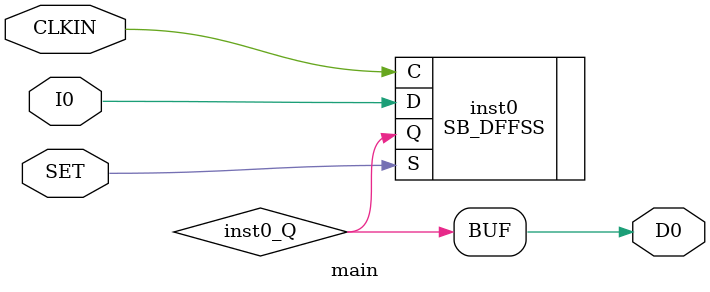
<source format=v>
module main (input  I0, input  SET, output  D0, input  CLKIN);
wire  inst0_Q;
SB_DFFSS inst0 (.C(CLKIN), .S(SET), .D(I0), .Q(inst0_Q));
assign D0 = inst0_Q;
endmodule


</source>
